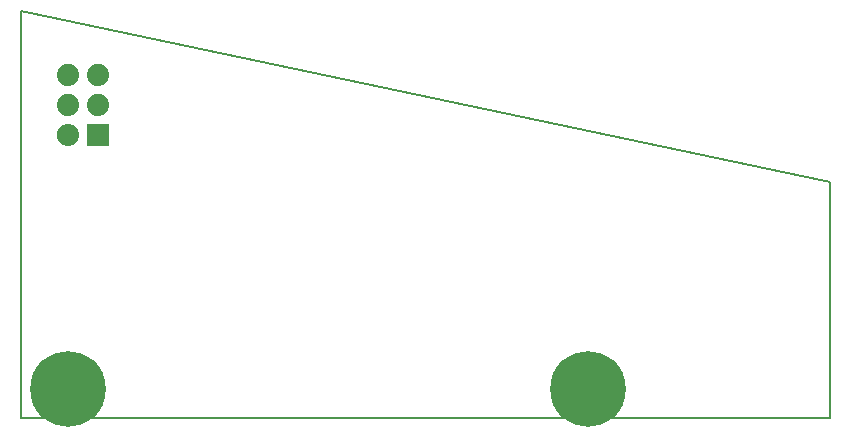
<source format=gbr>
G04 #@! TF.FileFunction,Soldermask,Bot*
%FSLAX46Y46*%
G04 Gerber Fmt 4.6, Leading zero omitted, Abs format (unit mm)*
G04 Created by KiCad (PCBNEW 4.1.0-alpha+201608171232+7063~46~ubuntu14.04.1-product) date Tue Aug 30 16:53:00 2016*
%MOMM*%
%LPD*%
G01*
G04 APERTURE LIST*
%ADD10C,0.600000*%
%ADD11C,0.150000*%
%ADD12C,6.400000*%
%ADD13R,1.879600X1.879600*%
%ADD14C,1.879600*%
%ADD15O,1.879600X1.879600*%
G04 APERTURE END LIST*
D10*
D11*
X175514000Y-99999800D02*
X175514000Y-80010000D01*
X107010200Y-99999800D02*
X107010200Y-65506600D01*
X175514000Y-80010000D02*
X107010200Y-65506600D01*
X107010200Y-99999800D02*
X175514000Y-99999800D01*
D12*
X155000000Y-97500000D03*
X111000000Y-97500000D03*
D13*
X113540000Y-76000000D03*
D14*
X113540000Y-73460000D03*
X113540000Y-70920000D03*
X111000000Y-73460000D03*
D15*
X111000000Y-76000000D03*
D14*
X111000000Y-70920000D03*
M02*

</source>
